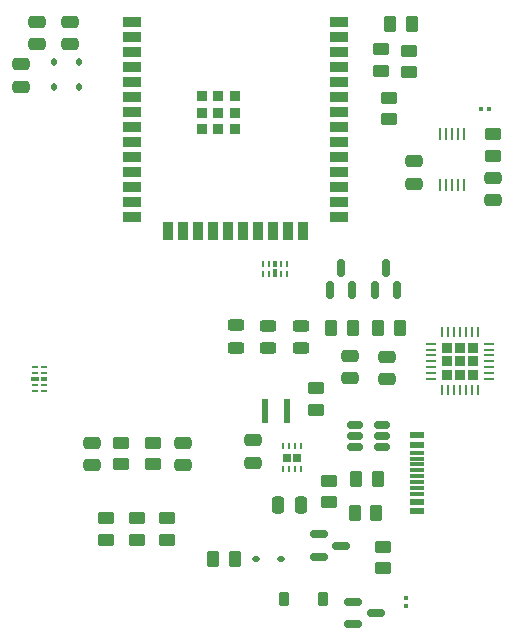
<source format=gtp>
G04 #@! TF.GenerationSoftware,KiCad,Pcbnew,9.0.2*
G04 #@! TF.CreationDate,2025-07-03T10:04:56+02:00*
G04 #@! TF.ProjectId,Capteur_courant_IoT,43617074-6575-4725-9f63-6f7572616e74,rev?*
G04 #@! TF.SameCoordinates,Original*
G04 #@! TF.FileFunction,Paste,Top*
G04 #@! TF.FilePolarity,Positive*
%FSLAX46Y46*%
G04 Gerber Fmt 4.6, Leading zero omitted, Abs format (unit mm)*
G04 Created by KiCad (PCBNEW 9.0.2) date 2025-07-03 10:04:56*
%MOMM*%
%LPD*%
G01*
G04 APERTURE LIST*
G04 Aperture macros list*
%AMRoundRect*
0 Rectangle with rounded corners*
0 $1 Rounding radius*
0 $2 $3 $4 $5 $6 $7 $8 $9 X,Y pos of 4 corners*
0 Add a 4 corners polygon primitive as box body*
4,1,4,$2,$3,$4,$5,$6,$7,$8,$9,$2,$3,0*
0 Add four circle primitives for the rounded corners*
1,1,$1+$1,$2,$3*
1,1,$1+$1,$4,$5*
1,1,$1+$1,$6,$7*
1,1,$1+$1,$8,$9*
0 Add four rect primitives between the rounded corners*
20,1,$1+$1,$2,$3,$4,$5,0*
20,1,$1+$1,$4,$5,$6,$7,0*
20,1,$1+$1,$6,$7,$8,$9,0*
20,1,$1+$1,$8,$9,$2,$3,0*%
G04 Aperture macros list end*
%ADD10R,1.500000X0.900000*%
%ADD11R,0.900000X1.500000*%
%ADD12R,0.900000X0.900000*%
%ADD13RoundRect,0.250000X0.262500X0.450000X-0.262500X0.450000X-0.262500X-0.450000X0.262500X-0.450000X0*%
%ADD14RoundRect,0.112500X0.187500X0.112500X-0.187500X0.112500X-0.187500X-0.112500X0.187500X-0.112500X0*%
%ADD15RoundRect,0.250000X-0.475000X0.250000X-0.475000X-0.250000X0.475000X-0.250000X0.475000X0.250000X0*%
%ADD16RoundRect,0.250000X0.475000X-0.250000X0.475000X0.250000X-0.475000X0.250000X-0.475000X-0.250000X0*%
%ADD17RoundRect,0.250000X0.450000X-0.262500X0.450000X0.262500X-0.450000X0.262500X-0.450000X-0.262500X0*%
%ADD18RoundRect,0.150000X0.512500X0.150000X-0.512500X0.150000X-0.512500X-0.150000X0.512500X-0.150000X0*%
%ADD19RoundRect,0.250000X-0.262500X-0.450000X0.262500X-0.450000X0.262500X0.450000X-0.262500X0.450000X0*%
%ADD20R,0.625000X2.000000*%
%ADD21RoundRect,0.150000X0.150000X-0.587500X0.150000X0.587500X-0.150000X0.587500X-0.150000X-0.587500X0*%
%ADD22RoundRect,0.250000X-0.450000X0.262500X-0.450000X-0.262500X0.450000X-0.262500X0.450000X0.262500X0*%
%ADD23R,0.250000X0.625000*%
%ADD24R,0.450000X0.700000*%
%ADD25R,0.450000X0.575000*%
%ADD26RoundRect,0.225000X-0.225000X-0.225000X0.225000X-0.225000X0.225000X0.225000X-0.225000X0.225000X0*%
%ADD27RoundRect,0.062500X-0.337500X-0.062500X0.337500X-0.062500X0.337500X0.062500X-0.337500X0.062500X0*%
%ADD28RoundRect,0.062500X-0.062500X-0.337500X0.062500X-0.337500X0.062500X0.337500X-0.062500X0.337500X0*%
%ADD29R,0.625000X0.250000*%
%ADD30R,0.700000X0.450000*%
%ADD31R,0.575000X0.450000*%
%ADD32RoundRect,0.150000X-0.587500X-0.150000X0.587500X-0.150000X0.587500X0.150000X-0.587500X0.150000X0*%
%ADD33RoundRect,0.079500X0.100500X-0.079500X0.100500X0.079500X-0.100500X0.079500X-0.100500X-0.079500X0*%
%ADD34RoundRect,0.243750X0.456250X-0.243750X0.456250X0.243750X-0.456250X0.243750X-0.456250X-0.243750X0*%
%ADD35R,0.650000X0.750000*%
%ADD36RoundRect,0.062500X0.062500X-0.187500X0.062500X0.187500X-0.062500X0.187500X-0.062500X-0.187500X0*%
%ADD37R,0.250000X1.100000*%
%ADD38RoundRect,0.112500X0.112500X-0.187500X0.112500X0.187500X-0.112500X0.187500X-0.112500X-0.187500X0*%
%ADD39RoundRect,0.079500X-0.079500X-0.100500X0.079500X-0.100500X0.079500X0.100500X-0.079500X0.100500X0*%
%ADD40RoundRect,0.250000X0.250000X0.475000X-0.250000X0.475000X-0.250000X-0.475000X0.250000X-0.475000X0*%
%ADD41RoundRect,0.225000X-0.225000X-0.375000X0.225000X-0.375000X0.225000X0.375000X-0.225000X0.375000X0*%
%ADD42R,1.150000X0.600000*%
%ADD43R,1.150000X0.300000*%
G04 APERTURE END LIST*
D10*
X133750000Y-74540000D03*
X133750000Y-75810000D03*
X133750000Y-77080000D03*
X133750000Y-78350000D03*
X133750000Y-79620000D03*
X133750000Y-80890000D03*
X133750000Y-82160000D03*
X133750000Y-83430000D03*
X133750000Y-84700000D03*
X133750000Y-85970000D03*
X133750000Y-87240000D03*
X133750000Y-88510000D03*
X133750000Y-89780000D03*
X133750000Y-91050000D03*
D11*
X136785000Y-92300000D03*
X138055000Y-92300000D03*
X139325000Y-92300000D03*
X140595000Y-92300000D03*
X141865000Y-92300000D03*
X143135000Y-92300000D03*
X144405000Y-92300000D03*
X145675000Y-92300000D03*
X146945000Y-92300000D03*
X148215000Y-92300000D03*
D10*
X151250000Y-91050000D03*
X151250000Y-89780000D03*
X151250000Y-88510000D03*
X151250000Y-87240000D03*
X151250000Y-85970000D03*
X151250000Y-84700000D03*
X151250000Y-83430000D03*
X151250000Y-82160000D03*
X151250000Y-80890000D03*
X151250000Y-79620000D03*
X151250000Y-78350000D03*
X151250000Y-77080000D03*
X151250000Y-75810000D03*
X151250000Y-74540000D03*
D12*
X139600000Y-80860000D03*
X139600000Y-82260000D03*
X139600000Y-83660000D03*
X141000000Y-80860000D03*
X141000000Y-82260000D03*
X141000000Y-83660000D03*
X142400000Y-80860000D03*
X142400000Y-82260000D03*
X142400000Y-83660000D03*
D13*
X152400000Y-100500000D03*
X150575000Y-100500000D03*
D14*
X146300000Y-120000000D03*
X144200000Y-120000000D03*
D15*
X144000000Y-110000000D03*
X144000000Y-111900000D03*
D16*
X155300000Y-104800000D03*
X155300000Y-102900000D03*
D17*
X155000000Y-120825000D03*
X155000000Y-119000000D03*
D18*
X154900000Y-110550000D03*
X154900000Y-109600000D03*
X154900000Y-108650000D03*
X152625000Y-108650000D03*
X152625000Y-109600000D03*
X152625000Y-110550000D03*
D17*
X149300000Y-107400000D03*
X149300000Y-105575000D03*
X157200000Y-78812500D03*
X157200000Y-76987500D03*
D19*
X152587500Y-116100000D03*
X154412500Y-116100000D03*
D17*
X150400000Y-115225000D03*
X150400000Y-113400000D03*
D19*
X154575000Y-100500000D03*
X156400000Y-100500000D03*
D20*
X146875000Y-107500000D03*
X145000000Y-107500000D03*
D13*
X154512500Y-113300000D03*
X152687500Y-113300000D03*
D21*
X150450000Y-97237500D03*
X152350000Y-97237500D03*
X151400000Y-95362500D03*
D16*
X157600000Y-88250000D03*
X157600000Y-86350000D03*
D17*
X164300000Y-85912500D03*
X164300000Y-84087500D03*
D15*
X124300000Y-78150000D03*
X124300000Y-80050000D03*
X138000000Y-110200000D03*
X138000000Y-112100000D03*
D17*
X154800000Y-78700000D03*
X154800000Y-76875000D03*
D22*
X134100000Y-116587500D03*
X134100000Y-118412500D03*
D23*
X144800000Y-95875000D03*
X145300000Y-95875000D03*
D24*
X145800000Y-95837500D03*
D23*
X146300000Y-95875000D03*
X146800000Y-95875000D03*
X146800000Y-95100000D03*
X146300000Y-95100000D03*
D25*
X145800000Y-95075000D03*
D23*
X145300000Y-95100000D03*
X144800000Y-95100000D03*
D26*
X160360000Y-102180000D03*
X160360000Y-103300000D03*
X160360000Y-104420000D03*
X161480000Y-102180000D03*
X161480000Y-103300000D03*
X161480000Y-104420000D03*
X162600000Y-102180000D03*
X162600000Y-103300000D03*
X162600000Y-104420000D03*
D27*
X159030000Y-101800000D03*
X159030000Y-102300000D03*
X159030000Y-102800000D03*
X159030000Y-103300000D03*
X159030000Y-103800000D03*
X159030000Y-104300000D03*
X159030000Y-104800000D03*
D28*
X159980000Y-105750000D03*
X160480000Y-105750000D03*
X160980000Y-105750000D03*
X161480000Y-105750000D03*
X161980000Y-105750000D03*
X162480000Y-105750000D03*
X162980000Y-105750000D03*
D27*
X163930000Y-104800000D03*
X163930000Y-104300000D03*
X163930000Y-103800000D03*
X163930000Y-103300000D03*
X163930000Y-102800000D03*
X163930000Y-102300000D03*
X163930000Y-101800000D03*
D28*
X162980000Y-100850000D03*
X162480000Y-100850000D03*
X161980000Y-100850000D03*
X161480000Y-100850000D03*
X160980000Y-100850000D03*
X160480000Y-100850000D03*
X159980000Y-100850000D03*
D13*
X157412500Y-74700000D03*
X155587500Y-74700000D03*
D29*
X125462500Y-103800000D03*
X125462500Y-104300000D03*
D30*
X125500000Y-104800000D03*
D29*
X125462500Y-105300000D03*
X125462500Y-105800000D03*
X126237500Y-105800000D03*
X126237500Y-105300000D03*
D31*
X126262500Y-104800000D03*
D29*
X126237500Y-104300000D03*
X126237500Y-103800000D03*
D32*
X149562500Y-117950000D03*
X149562500Y-119850000D03*
X151437500Y-118900000D03*
X152462500Y-123650000D03*
X152462500Y-125550000D03*
X154337500Y-124600000D03*
D16*
X152200000Y-104750000D03*
X152200000Y-102850000D03*
D17*
X132800000Y-112025000D03*
X132800000Y-110200000D03*
D16*
X128500000Y-76450000D03*
X128500000Y-74550000D03*
D33*
X156900000Y-124045000D03*
X156900000Y-123355000D03*
D17*
X135500000Y-112025000D03*
X135500000Y-110200000D03*
D13*
X142425000Y-120000000D03*
X140600000Y-120000000D03*
D34*
X142500000Y-102137500D03*
X142500000Y-100262500D03*
D15*
X164300000Y-87750000D03*
X164300000Y-89650000D03*
D21*
X154250000Y-97275000D03*
X156150000Y-97275000D03*
X155200000Y-95400000D03*
D17*
X155500000Y-82812500D03*
X155500000Y-80987500D03*
D35*
X146850000Y-111450000D03*
X147650000Y-111450000D03*
D36*
X146500000Y-112400000D03*
X147000000Y-112400000D03*
X147500000Y-112400000D03*
X148000000Y-112400000D03*
X148000000Y-110500000D03*
X147500000Y-110500000D03*
X147000000Y-110500000D03*
X146500000Y-110500000D03*
D22*
X131500000Y-116600000D03*
X131500000Y-118425000D03*
D37*
X161827000Y-84050000D03*
X161327000Y-84050000D03*
X160827000Y-84050000D03*
X160327000Y-84050000D03*
X159827000Y-84050000D03*
X159827000Y-88350000D03*
X160327000Y-88350000D03*
X160827000Y-88350000D03*
X161327000Y-88350000D03*
X161827000Y-88350000D03*
D34*
X145200000Y-102175000D03*
X145200000Y-100300000D03*
D38*
X127100000Y-80050000D03*
X127100000Y-77950000D03*
D34*
X148000000Y-102200000D03*
X148000000Y-100325000D03*
D16*
X125700000Y-76450000D03*
X125700000Y-74550000D03*
D39*
X163275000Y-81900000D03*
X163965000Y-81900000D03*
D40*
X148000000Y-115500000D03*
X146100000Y-115500000D03*
D22*
X136700000Y-116575000D03*
X136700000Y-118400000D03*
D15*
X130300000Y-110175000D03*
X130300000Y-112075000D03*
D41*
X146550000Y-123400000D03*
X149850000Y-123400000D03*
D42*
X157845000Y-115977500D03*
X157845000Y-115177500D03*
D43*
X157845000Y-114027500D03*
X157845000Y-113027500D03*
X157845000Y-112527500D03*
X157845000Y-111527500D03*
D42*
X157845000Y-109577500D03*
X157845000Y-110377500D03*
D43*
X157845000Y-111027500D03*
X157845000Y-112027500D03*
X157845000Y-113527500D03*
X157845000Y-114527500D03*
D38*
X129200000Y-80050000D03*
X129200000Y-77950000D03*
M02*

</source>
